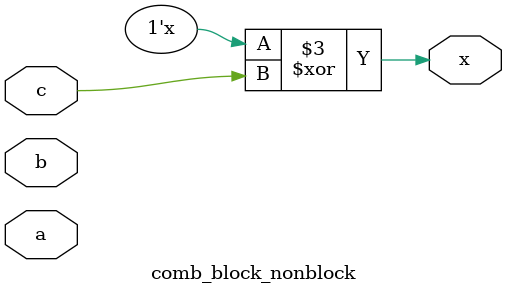
<source format=v>
`timescale 1ns / 1ps


module comb_block_nonblock(
    input a,b,c,
    output reg x
    );
    //Blocking
//    always @ (a,b,c)
//    begin
//        x=a;
//        x=x^b;
//        x=x^c;
//    end
    
    //Non-Blocking
        always @ (a,b,c)
    begin
        x<=a;
        x<=x^b;
        x<=x^c;
    end
    
endmodule

</source>
